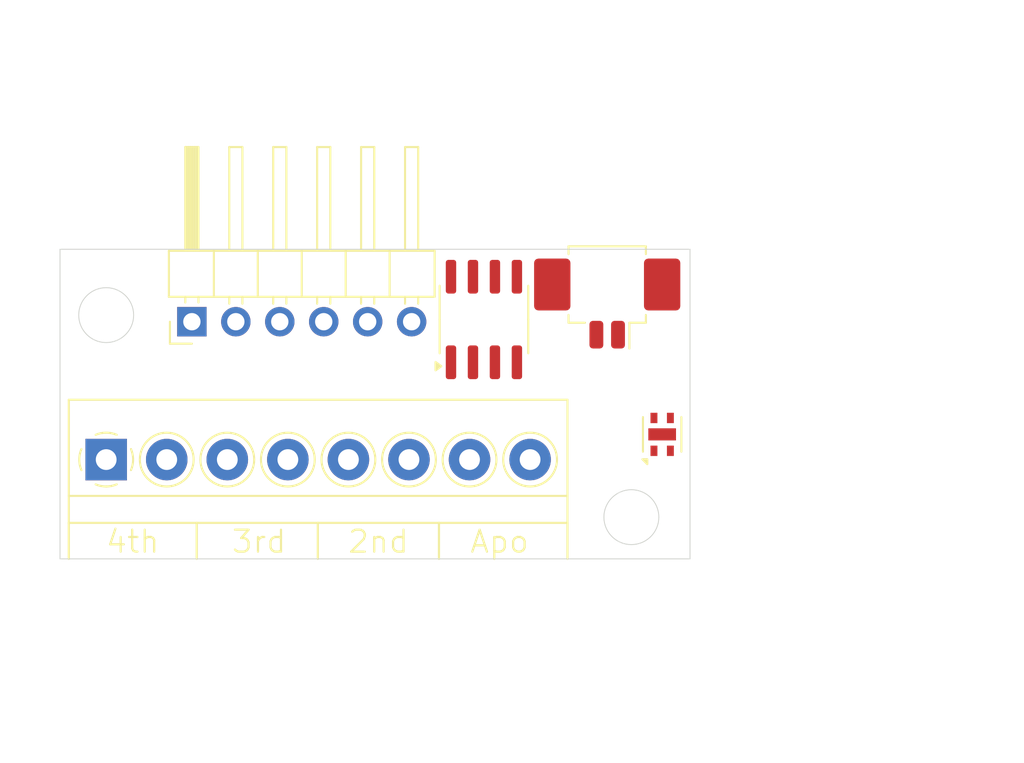
<source format=kicad_pcb>
(kicad_pcb (version 20240108) (generator "pcbnew") (generator_version "8.0")
  (layers (0 "F.Cu" signal) (31 "B.Cu" signal) (34 "B.Paste" user) (35 "F.Paste" user) (36 "B.SilkS" user "B.Silkscreen") (37 "F.SilkS" user "F.Silkscreen") (38 "B.Mask" user) (39 "F.Mask" user) (44 "Edge.Cuts" user))
  (net 0 "")
  (footprint "Package_DFN_QFN:AMS_QFN-4-1EP_2x2mm_P0.95mm_EP0.7x1.6mm" (layer "F.Cu") (at 136.4 94.4 90)
    (property "Reference" "U2" (hide yes))
    (property "Value" "AMS_QFN-4-1EP_2x2mm_P0.95mm_EP0.7x1.6mm")
    (fp_line (start 1 -1.11) (end -1 -1.11) (stroke (width 0.12)) (layer "F.SilkS"))
    (fp_line (start -1 1.11) (end 1 1.11) (stroke (width 0.12)) (layer "F.SilkS"))
    (fp_poly (pts (xy -1.44 -0.86) (xy -1.72 -0.86) (xy -1.44 -1.14) (xy -1.44 -0.86)) (stroke (width 0.12)) (fill solid) (layer "F.SilkS"))
    (pad "1" smd rect (at -0.95 -0.475 90) (size 0.6 0.4) (layers "F.Cu" "F.Paste" "F.Mask"))
    (pad "2" smd rect (at -0.95 0.475 90) (size 0.6 0.4) (layers "F.Cu" "F.Paste" "F.Mask"))
    (pad "3" smd rect (at 0.95 0.475 90) (size 0.6 0.4) (layers "F.Cu" "F.Paste" "F.Mask"))
    (pad "4" smd rect (at 0.95 -0.475 90) (size 0.6 0.4) (layers "F.Cu" "F.Paste" "F.Mask"))
    (pad "5" smd rect (at 0 0 90) (size 0.7 1.6) (layers "F.Cu" "F.Mask"))
  )
  (footprint "TerminalBlock_4Ucon:TerminalBlock_4Ucon_1x08_P3.50mm_Horizontal" (layer "F.Cu") (at 104.267 95.858)
    (property "Reference" "REF**" (hide yes))
    (property "Value" "TerminalBlock_4Ucon_1x08_P3.50mm_Horizontal")
    (fp_line (start -2.16 -3.46) (end -2.16 3.66) (stroke (width 0.12)) (layer "F.SilkS"))
    (fp_line (start -2.16 -3.46) (end 26.66 -3.46) (stroke (width 0.12)) (layer "F.SilkS"))
    (fp_line (start -2.16 2.1) (end 26.66 2.1) (stroke (width 0.12)) (layer "F.SilkS"))
    (fp_line (start -2.16 3.66) (end 26.66 3.66) (stroke (width 0.12)) (layer "F.SilkS"))
    (fp_line (start 26.66 -3.46) (end 26.66 3.66) (stroke (width 0.12)) (layer "F.SilkS"))
    (fp_arc (start -1.432109 0.607742) (mid -1.555727 -0.00014) (end -1.432 -0.608) (stroke (width 0.12)) (layer "F.SilkS"))
    (fp_arc (start -0.607742 -1.432109) (mid 0.00014 -1.555727) (end 0.608 -1.432) (stroke (width 0.12)) (layer "F.SilkS"))
    (fp_arc (start 0.027011 1.555493) (mid -0.296984 1.527118) (end -0.608 1.432) (stroke (width 0.12)) (layer "F.SilkS"))
    (fp_arc (start 0.607587 1.431385) (mid 0.310017 1.523783) (end 0 1.555) (stroke (width 0.12)) (layer "F.SilkS"))
    (fp_arc (start 1.432109 -0.607742) (mid 1.555727 0.00014) (end 1.432 0.608) (stroke (width 0.12)) (layer "F.SilkS"))
    (fp_circle (center 3.5 0) (end 5.055 0) (stroke (width 0.12)) (fill none) (layer "F.SilkS"))
    (fp_circle (center 7 0) (end 8.555 0) (stroke (width 0.12)) (fill none) (layer "F.SilkS"))
    (fp_circle (center 10.5 0) (end 12.055 0) (stroke (width 0.12)) (fill none) (layer "F.SilkS"))
    (fp_circle (center 14 0) (end 15.555 0) (stroke (width 0.12)) (fill none) (layer "F.SilkS"))
    (fp_circle (center 17.5 0) (end 19.055 0) (stroke (width 0.12)) (fill none) (layer "F.SilkS"))
    (fp_circle (center 21 0) (end 22.555 0) (stroke (width 0.12)) (fill none) (layer "F.SilkS"))
    (fp_circle (center 24.5 0) (end 26.055 0) (stroke (width 0.12)) (fill none) (layer "F.SilkS"))
    (pad "1" thru_hole rect (at 0 0) (size 2.4 2.4) (drill 1.2) (layers "*.Cu" "*.Mask"))
    (pad "2" thru_hole circle (at 3.5 0) (size 2.4 2.4) (drill 1.2) (layers "*.Cu" "*.Mask"))
    (pad "3" thru_hole circle (at 7 0) (size 2.4 2.4) (drill 1.2) (layers "*.Cu" "*.Mask"))
    (pad "4" thru_hole circle (at 10.5 0) (size 2.4 2.4) (drill 1.2) (layers "*.Cu" "*.Mask"))
    (pad "5" thru_hole circle (at 14 0) (size 2.4 2.4) (drill 1.2) (layers "*.Cu" "*.Mask"))
    (pad "6" thru_hole circle (at 17.5 0) (size 2.4 2.4) (drill 1.2) (layers "*.Cu" "*.Mask"))
    (pad "7" thru_hole circle (at 21 0) (size 2.4 2.4) (drill 1.2) (layers "*.Cu" "*.Mask"))
    (pad "8" thru_hole circle (at 24.5 0) (size 2.4 2.4) (drill 1.2) (layers "*.Cu" "*.Mask"))
  )
  (footprint "Connector_Molex:Molex_PicoBlade_53261-0271_1x02-1MP_P1.25mm_Horizontal" (layer "F.Cu") (at 133.223 86.233 180)
    (property "Reference" "REF**" (hide yes))
    (property "Value" "Molex_PicoBlade_53261-0271_1x02-1MP_P1.25mm_Horizontal")
    (fp_line (start 2.235 2.71) (end 2.235 2.26) (stroke (width 0.12)) (layer "F.SilkS"))
    (fp_line (start 2.235 -1.26) (end 2.235 -1.71) (stroke (width 0.12)) (layer "F.SilkS"))
    (fp_line (start 2.235 -1.71) (end 1.285 -1.71) (stroke (width 0.12)) (layer "F.SilkS"))
    (fp_line (start -1.285 -1.71) (end -1.285 -3.2) (stroke (width 0.12)) (layer "F.SilkS"))
    (fp_line (start -2.235 2.71) (end 2.235 2.71) (stroke (width 0.12)) (layer "F.SilkS"))
    (fp_line (start -2.235 2.26) (end -2.235 2.71) (stroke (width 0.12)) (layer "F.SilkS"))
    (fp_line (start -2.235 -1.26) (end -2.235 -1.71) (stroke (width 0.12)) (layer "F.SilkS"))
    (fp_line (start -2.235 -1.71) (end -1.285 -1.71) (stroke (width 0.12)) (layer "F.SilkS"))
    (pad "1" smd roundrect (at -0.625 -2.4 180) (size 0.8 1.6) (layers "F.Cu" "F.Paste" "F.Mask"))
    (pad "2" smd roundrect (at 0.625 -2.4 180) (size 0.8 1.6) (layers "F.Cu" "F.Paste" "F.Mask"))
    (pad "MP" smd roundrect (at -3.175 0.5 180) (size 2.1 3) (layers "F.Cu" "F.Paste" "F.Mask") (roundrect_rratio 0.119048))
    (pad "MP" smd roundrect (at 3.175 0.5 180) (size 2.1 3) (layers "F.Cu" "F.Paste" "F.Mask") (roundrect_rratio 0.119048))
  )
  (footprint "Package_SO:SOIC-8_3.9x4.9mm_P1.27mm" (layer "F.Cu") (at 126.1 87.757 90)
    (property "Reference" "REF**" (hide yes))
    (property "Value" "SOIC-8_3.9x4.9mm_P1.27mm")
    (fp_line (start 0 -2.56) (end 1.95 -2.56) (stroke (width 0.12)) (layer "F.SilkS"))
    (fp_line (start 0 -2.56) (end -1.95 -2.56) (stroke (width 0.12)) (layer "F.SilkS"))
    (fp_line (start 0 2.56) (end 1.95 2.56) (stroke (width 0.12)) (layer "F.SilkS"))
    (fp_line (start 0 2.56) (end -1.95 2.56) (stroke (width 0.12)) (layer "F.SilkS"))
    (fp_poly (pts (xy -2.7 -2.465) (xy -2.94 -2.795) (xy -2.46 -2.795) (xy -2.7 -2.465)) (stroke (width 0.12)) (fill solid) (layer "F.SilkS"))
    (pad "1" smd roundrect (at -2.475 -1.905 90) (size 1.95 0.6) (layers "F.Cu" "F.Paste" "F.Mask"))
    (pad "2" smd roundrect (at -2.475 -0.635 90) (size 1.95 0.6) (layers "F.Cu" "F.Paste" "F.Mask"))
    (pad "3" smd roundrect (at -2.475 0.635 90) (size 1.95 0.6) (layers "F.Cu" "F.Paste" "F.Mask"))
    (pad "4" smd roundrect (at -2.475 1.905 90) (size 1.95 0.6) (layers "F.Cu" "F.Paste" "F.Mask"))
    (pad "5" smd roundrect (at 2.475 1.905 90) (size 1.95 0.6) (layers "F.Cu" "F.Paste" "F.Mask"))
    (pad "6" smd roundrect (at 2.475 0.635 90) (size 1.95 0.6) (layers "F.Cu" "F.Paste" "F.Mask"))
    (pad "7" smd roundrect (at 2.475 -0.635 90) (size 1.95 0.6) (layers "F.Cu" "F.Paste" "F.Mask"))
    (pad "8" smd roundrect (at 2.475 -1.905 90) (size 1.95 0.6) (layers "F.Cu" "F.Paste" "F.Mask"))
  )
  (footprint "Connector_PinHeader_2.54mm:PinHeader_1x06_P2.54mm_Horizontal" (layer "F.Cu") (at 109.22 87.884 90)
    (property "Reference" "REF**" (hide yes))
    (property "Value" "PinHeader_1x06_P2.54mm_Horizontal")
    (fp_line (start 4.1 -1.33) (end 1.44 -1.33) (stroke (width 0.12)) (layer "F.SilkS"))
    (fp_line (start 1.44 -1.33) (end 1.44 14.03) (stroke (width 0.12)) (layer "F.SilkS"))
    (fp_line (start -1.27 -1.27) (end 0 -1.27) (stroke (width 0.12)) (layer "F.SilkS"))
    (fp_line (start 10.1 -0.38) (end 10.1 0.38) (stroke (width 0.12)) (layer "F.SilkS"))
    (fp_line (start 4.1 -0.38) (end 10.1 -0.38) (stroke (width 0.12)) (layer "F.SilkS"))
    (fp_line (start 1.11 -0.38) (end 1.44 -0.38) (stroke (width 0.12)) (layer "F.SilkS"))
    (fp_line (start 4.1 -0.32) (end 10.1 -0.32) (stroke (width 0.12)) (layer "F.SilkS"))
    (fp_line (start 4.1 -0.2) (end 10.1 -0.2) (stroke (width 0.12)) (layer "F.SilkS"))
    (fp_line (start 4.1 -0.08) (end 10.1 -0.08) (stroke (width 0.12)) (layer "F.SilkS"))
    (fp_line (start -1.27 0) (end -1.27 -1.27) (stroke (width 0.12)) (layer "F.SilkS"))
    (fp_line (start 4.1 0.04) (end 10.1 0.04) (stroke (width 0.12)) (layer "F.SilkS"))
    (fp_line (start 4.1 0.16) (end 10.1 0.16) (stroke (width 0.12)) (layer "F.SilkS"))
    (fp_line (start 4.1 0.28) (end 10.1 0.28) (stroke (width 0.12)) (layer "F.SilkS"))
    (fp_line (start 10.1 0.38) (end 4.1 0.38) (stroke (width 0.12)) (layer "F.SilkS"))
    (fp_line (start 1.11 0.38) (end 1.44 0.38) (stroke (width 0.12)) (layer "F.SilkS"))
    (fp_line (start 1.44 1.27) (end 4.1 1.27) (stroke (width 0.12)) (layer "F.SilkS"))
    (fp_line (start 10.1 2.16) (end 10.1 2.92) (stroke (width 0.12)) (layer "F.SilkS"))
    (fp_line (start 4.1 2.16) (end 10.1 2.16) (stroke (width 0.12)) (layer "F.SilkS"))
    (fp_line (start 1.042929 2.16) (end 1.44 2.16) (stroke (width 0.12)) (layer "F.SilkS"))
    (fp_line (start 10.1 2.92) (end 4.1 2.92) (stroke (width 0.12)) (layer "F.SilkS"))
    (fp_line (start 1.042929 2.92) (end 1.44 2.92) (stroke (width 0.12)) (layer "F.SilkS"))
    (fp_line (start 1.44 3.81) (end 4.1 3.81) (stroke (width 0.12)) (layer "F.SilkS"))
    (fp_line (start 10.1 4.7) (end 10.1 5.46) (stroke (width 0.12)) (layer "F.SilkS"))
    (fp_line (start 4.1 4.7) (end 10.1 4.7) (stroke (width 0.12)) (layer "F.SilkS"))
    (fp_line (start 1.042929 4.7) (end 1.44 4.7) (stroke (width 0.12)) (layer "F.SilkS"))
    (fp_line (start 10.1 5.46) (end 4.1 5.46) (stroke (width 0.12)) (layer "F.SilkS"))
    (fp_line (start 1.042929 5.46) (end 1.44 5.46) (stroke (width 0.12)) (layer "F.SilkS"))
    (fp_line (start 1.44 6.35) (end 4.1 6.35) (stroke (width 0.12)) (layer "F.SilkS"))
    (fp_line (start 10.1 7.24) (end 10.1 8) (stroke (width 0.12)) (layer "F.SilkS"))
    (fp_line (start 4.1 7.24) (end 10.1 7.24) (stroke (width 0.12)) (layer "F.SilkS"))
    (fp_line (start 1.042929 7.24) (end 1.44 7.24) (stroke (width 0.12)) (layer "F.SilkS"))
    (fp_line (start 10.1 8) (end 4.1 8) (stroke (width 0.12)) (layer "F.SilkS"))
    (fp_line (start 1.042929 8) (end 1.44 8) (stroke (width 0.12)) (layer "F.SilkS"))
    (fp_line (start 1.44 8.89) (end 4.1 8.89) (stroke (width 0.12)) (layer "F.SilkS"))
    (fp_line (start 10.1 9.78) (end 10.1 10.54) (stroke (width 0.12)) (layer "F.SilkS"))
    (fp_line (start 4.1 9.78) (end 10.1 9.78) (stroke (width 0.12)) (layer "F.SilkS"))
    (fp_line (start 1.042929 9.78) (end 1.44 9.78) (stroke (width 0.12)) (layer "F.SilkS"))
    (fp_line (start 10.1 10.54) (end 4.1 10.54) (stroke (width 0.12)) (layer "F.SilkS"))
    (fp_line (start 1.042929 10.54) (end 1.44 10.54) (stroke (width 0.12)) (layer "F.SilkS"))
    (fp_line (start 1.44 11.43) (end 4.1 11.43) (stroke (width 0.12)) (layer "F.SilkS"))
    (fp_line (start 10.1 12.32) (end 10.1 13.08) (stroke (width 0.12)) (layer "F.SilkS"))
    (fp_line (start 4.1 12.32) (end 10.1 12.32) (stroke (width 0.12)) (layer "F.SilkS"))
    (fp_line (start 1.042929 12.32) (end 1.44 12.32) (stroke (width 0.12)) (layer "F.SilkS"))
    (fp_line (start 10.1 13.08) (end 4.1 13.08) (stroke (width 0.12)) (layer "F.SilkS"))
    (fp_line (start 1.042929 13.08) (end 1.44 13.08) (stroke (width 0.12)) (layer "F.SilkS"))
    (fp_line (start 4.1 14.03) (end 4.1 -1.33) (stroke (width 0.12)) (layer "F.SilkS"))
    (fp_line (start 1.44 14.03) (end 4.1 14.03) (stroke (width 0.12)) (layer "F.SilkS"))
    (pad "1" thru_hole rect (at 0 0 90) (size 1.7 1.7) (drill 1) (layers "*.Cu" "*.Mask"))
    (pad "2" thru_hole oval (at 0 2.54 90) (size 1.7 1.7) (drill 1) (layers "*.Cu" "*.Mask"))
    (pad "3" thru_hole oval (at 0 5.08 90) (size 1.7 1.7) (drill 1) (layers "*.Cu" "*.Mask"))
    (pad "4" thru_hole oval (at 0 7.62 90) (size 1.7 1.7) (drill 1) (layers "*.Cu" "*.Mask"))
    (pad "5" thru_hole oval (at 0 10.16 90) (size 1.7 1.7) (drill 1) (layers "*.Cu" "*.Mask"))
    (pad "6" thru_hole oval (at 0 12.7 90) (size 1.7 1.7) (drill 1) (layers "*.Cu" "*.Mask"))
  )
  (gr_line (start 130.927 99.518) (end 130.927 101.6) (stroke (width 0.127)) (layer "F.SilkS"))
  (gr_line (start 102.107 99.518) (end 102.107 101.6) (stroke (width 0.127)) (layer "F.SilkS"))
  (gr_line (start 116.5 99.518) (end 116.5 101.6) (stroke (width 0.127)) (layer "F.SilkS"))
  (gr_line (start 109.5 99.518) (end 109.5 101.6) (stroke (width 0.127)) (layer "F.SilkS"))
  (gr_line (start 123.5 99.518) (end 123.5 101.6) (stroke (width 0.127)) (layer "F.SilkS"))
  (gr_line (start 101.6 83.693) (end 101.6 101.6) (stroke (width 0.05)) (layer "Edge.Cuts"))
  (gr_line (start 138.0109 83.693) (end 101.6 83.693) (stroke (width 0.05)) (layer "Edge.Cuts"))
  (gr_circle (center 134.62 99.187) (end 136.2075 99.187) (stroke (width 0.05)) (fill none) (layer "Edge.Cuts"))
  (gr_line (start 138.0109 101.6) (end 138.0109 83.693) (stroke (width 0.05)) (layer "Edge.Cuts"))
  (gr_circle (center 104.267 87.503) (end 105.8545 87.503) (stroke (width 0.05)) (fill none) (layer "Edge.Cuts"))
  (gr_line (start 101.6 101.6) (end 138.0109 101.6) (stroke (width 0.05)) (layer "Edge.Cuts"))
  (gr_text "3rd" (at 113.1 100.6 0) (layer "F.SilkS") (effects (font (size 1.27 1.27) (thickness 0.127))))
  (gr_text "4th" (at 105.8 100.6 0) (layer "F.SilkS") (effects (font (size 1.27 1.27) (thickness 0.127))))
  (gr_text "Apo" (at 127 100.6 0) (layer "F.SilkS") (effects (font (size 1.27 1.27) (thickness 0.127))))
  (gr_text "2nd" (at 120 100.6 0) (layer "F.SilkS") (effects (font (size 1.27 1.27) (thickness 0.127))))
)
</source>
